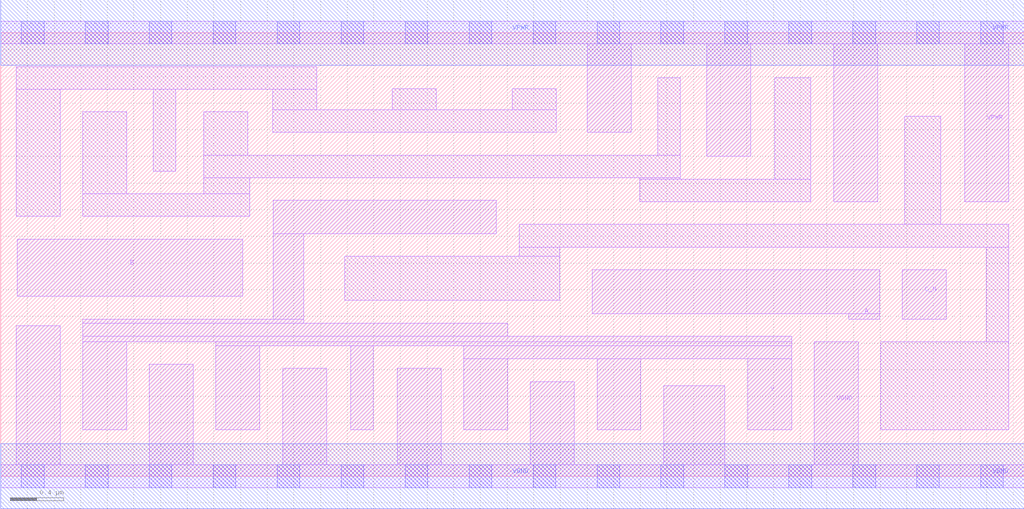
<source format=lef>
# Copyright 2020 The SkyWater PDK Authors
#
# Licensed under the Apache License, Version 2.0 (the "License");
# you may not use this file except in compliance with the License.
# You may obtain a copy of the License at
#
#     https://www.apache.org/licenses/LICENSE-2.0
#
# Unless required by applicable law or agreed to in writing, software
# distributed under the License is distributed on an "AS IS" BASIS,
# WITHOUT WARRANTIES OR CONDITIONS OF ANY KIND, either express or implied.
# See the License for the specific language governing permissions and
# limitations under the License.
#
# SPDX-License-Identifier: Apache-2.0

VERSION 5.7 ;
  NAMESCASESENSITIVE ON ;
  NOWIREEXTENSIONATPIN ON ;
  DIVIDERCHAR "/" ;
  BUSBITCHARS "[]" ;
UNITS
  DATABASE MICRONS 200 ;
END UNITS
MACRO sky130_fd_sc_hs__nor3b_4
  CLASS CORE ;
  SOURCE USER ;
  FOREIGN sky130_fd_sc_hs__nor3b_4 ;
  ORIGIN  0.000000  0.000000 ;
  SIZE  7.680000 BY  3.330000 ;
  SYMMETRY X Y ;
  SITE unit ;
  PIN A
    ANTENNAGATEAREA  1.116000 ;
    DIRECTION INPUT ;
    USE SIGNAL ;
    PORT
      LAYER li1 ;
        RECT 4.440000 1.220000 6.595000 1.550000 ;
        RECT 6.365000 1.180000 6.595000 1.220000 ;
    END
  END A
  PIN B
    ANTENNAGATEAREA  1.116000 ;
    DIRECTION INPUT ;
    USE SIGNAL ;
    PORT
      LAYER li1 ;
        RECT 0.125000 1.350000 1.815000 1.780000 ;
    END
  END B
  PIN C_N
    ANTENNAGATEAREA  0.363000 ;
    DIRECTION INPUT ;
    USE SIGNAL ;
    PORT
      LAYER li1 ;
        RECT 6.765000 1.180000 7.095000 1.550000 ;
    END
  END C_N
  PIN Y
    ANTENNADIFFAREA  1.985500 ;
    DIRECTION OUTPUT ;
    USE SIGNAL ;
    PORT
      LAYER li1 ;
        RECT 0.615000 0.350000 0.945000 1.010000 ;
        RECT 0.615000 1.010000 5.935000 1.050000 ;
        RECT 0.615000 1.050000 3.805000 1.150000 ;
        RECT 0.615000 1.150000 2.275000 1.180000 ;
        RECT 1.615000 0.350000 1.945000 0.980000 ;
        RECT 1.615000 0.980000 5.935000 1.010000 ;
        RECT 2.045000 1.180000 2.275000 1.820000 ;
        RECT 2.045000 1.820000 3.720000 2.070000 ;
        RECT 2.625000 0.350000 2.795000 0.980000 ;
        RECT 3.475000 0.350000 3.805000 0.880000 ;
        RECT 3.475000 0.880000 5.935000 0.980000 ;
        RECT 4.475000 0.350000 4.805000 0.880000 ;
        RECT 5.605000 0.350000 5.935000 0.880000 ;
    END
  END Y
  PIN VGND
    DIRECTION INOUT ;
    USE GROUND ;
    PORT
      LAYER li1 ;
        RECT 0.000000 -0.085000 7.680000 0.085000 ;
        RECT 0.115000  0.085000 0.445000 1.130000 ;
        RECT 1.115000  0.085000 1.445000 0.840000 ;
        RECT 2.115000  0.085000 2.445000 0.810000 ;
        RECT 2.975000  0.085000 3.305000 0.810000 ;
        RECT 3.975000  0.085000 4.305000 0.710000 ;
        RECT 4.975000  0.085000 5.435000 0.680000 ;
        RECT 6.105000  0.085000 6.435000 1.010000 ;
      LAYER mcon ;
        RECT 0.155000 -0.085000 0.325000 0.085000 ;
        RECT 0.635000 -0.085000 0.805000 0.085000 ;
        RECT 1.115000 -0.085000 1.285000 0.085000 ;
        RECT 1.595000 -0.085000 1.765000 0.085000 ;
        RECT 2.075000 -0.085000 2.245000 0.085000 ;
        RECT 2.555000 -0.085000 2.725000 0.085000 ;
        RECT 3.035000 -0.085000 3.205000 0.085000 ;
        RECT 3.515000 -0.085000 3.685000 0.085000 ;
        RECT 3.995000 -0.085000 4.165000 0.085000 ;
        RECT 4.475000 -0.085000 4.645000 0.085000 ;
        RECT 4.955000 -0.085000 5.125000 0.085000 ;
        RECT 5.435000 -0.085000 5.605000 0.085000 ;
        RECT 5.915000 -0.085000 6.085000 0.085000 ;
        RECT 6.395000 -0.085000 6.565000 0.085000 ;
        RECT 6.875000 -0.085000 7.045000 0.085000 ;
        RECT 7.355000 -0.085000 7.525000 0.085000 ;
      LAYER met1 ;
        RECT 0.000000 -0.245000 7.680000 0.245000 ;
    END
  END VGND
  PIN VPWR
    DIRECTION INOUT ;
    USE POWER ;
    PORT
      LAYER li1 ;
        RECT 0.000000 3.245000 7.680000 3.415000 ;
        RECT 4.400000 2.580000 4.730000 3.245000 ;
        RECT 5.300000 2.400000 5.630000 3.245000 ;
        RECT 6.250000 2.060000 6.580000 3.245000 ;
        RECT 7.235000 2.060000 7.565000 3.245000 ;
      LAYER mcon ;
        RECT 0.155000 3.245000 0.325000 3.415000 ;
        RECT 0.635000 3.245000 0.805000 3.415000 ;
        RECT 1.115000 3.245000 1.285000 3.415000 ;
        RECT 1.595000 3.245000 1.765000 3.415000 ;
        RECT 2.075000 3.245000 2.245000 3.415000 ;
        RECT 2.555000 3.245000 2.725000 3.415000 ;
        RECT 3.035000 3.245000 3.205000 3.415000 ;
        RECT 3.515000 3.245000 3.685000 3.415000 ;
        RECT 3.995000 3.245000 4.165000 3.415000 ;
        RECT 4.475000 3.245000 4.645000 3.415000 ;
        RECT 4.955000 3.245000 5.125000 3.415000 ;
        RECT 5.435000 3.245000 5.605000 3.415000 ;
        RECT 5.915000 3.245000 6.085000 3.415000 ;
        RECT 6.395000 3.245000 6.565000 3.415000 ;
        RECT 6.875000 3.245000 7.045000 3.415000 ;
        RECT 7.355000 3.245000 7.525000 3.415000 ;
      LAYER met1 ;
        RECT 0.000000 3.085000 7.680000 3.575000 ;
    END
  END VPWR
  OBS
    LAYER li1 ;
      RECT 0.115000 1.950000 0.445000 2.905000 ;
      RECT 0.115000 2.905000 2.370000 3.075000 ;
      RECT 0.615000 1.950000 1.870000 2.120000 ;
      RECT 0.615000 2.120000 0.945000 2.735000 ;
      RECT 1.145000 2.290000 1.315000 2.905000 ;
      RECT 1.525000 2.120000 1.870000 2.240000 ;
      RECT 1.525000 2.240000 5.100000 2.410000 ;
      RECT 1.525000 2.410000 1.855000 2.735000 ;
      RECT 2.040000 2.580000 4.170000 2.750000 ;
      RECT 2.040000 2.750000 2.370000 2.905000 ;
      RECT 2.580000 1.320000 4.195000 1.650000 ;
      RECT 2.940000 2.750000 3.270000 2.910000 ;
      RECT 3.840000 2.750000 4.170000 2.910000 ;
      RECT 3.890000 1.650000 4.195000 1.720000 ;
      RECT 3.890000 1.720000 7.565000 1.890000 ;
      RECT 4.795000 2.060000 6.080000 2.230000 ;
      RECT 4.795000 2.230000 5.100000 2.240000 ;
      RECT 4.930000 2.410000 5.100000 2.990000 ;
      RECT 5.810000 2.230000 6.080000 2.990000 ;
      RECT 6.605000 0.350000 7.565000 1.010000 ;
      RECT 6.785000 1.890000 7.055000 2.700000 ;
      RECT 7.395000 1.010000 7.565000 1.720000 ;
  END
END sky130_fd_sc_hs__nor3b_4

</source>
